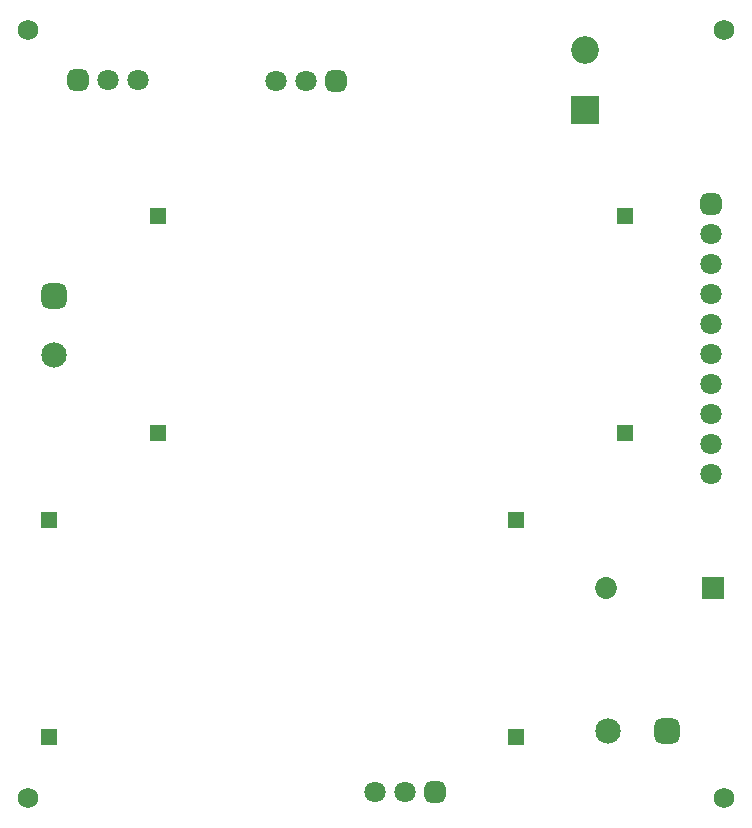
<source format=gbr>
%TF.GenerationSoftware,Altium Limited,Altium Designer,24.10.1 (45)*%
G04 Layer_Color=8388736*
%FSLAX45Y45*%
%MOMM*%
%TF.SameCoordinates,1B4FBE81-C601-4199-8564-D531C79600A2*%
%TF.FilePolarity,Negative*%
%TF.FileFunction,Soldermask,Top*%
%TF.Part,Single*%
G01*
G75*
%TA.AperFunction,ComponentPad*%
%ADD20R,2.35000X2.35000*%
%ADD21C,2.35000*%
%TA.AperFunction,WasherPad*%
%ADD28C,1.72720*%
%TA.AperFunction,ComponentPad*%
%ADD29C,1.80320*%
G04:AMPARAMS|DCode=30|XSize=1.8032mm|YSize=1.8032mm|CornerRadius=0.5016mm|HoleSize=0mm|Usage=FLASHONLY|Rotation=270.000|XOffset=0mm|YOffset=0mm|HoleType=Round|Shape=RoundedRectangle|*
%AMROUNDEDRECTD30*
21,1,1.80320,0.80000,0,0,270.0*
21,1,0.80000,1.80320,0,0,270.0*
1,1,1.00320,-0.40000,-0.40000*
1,1,1.00320,-0.40000,0.40000*
1,1,1.00320,0.40000,0.40000*
1,1,1.00320,0.40000,-0.40000*
%
%ADD30ROUNDEDRECTD30*%
%ADD31R,1.44320X1.44320*%
%ADD32C,2.15320*%
G04:AMPARAMS|DCode=33|XSize=2.1532mm|YSize=2.1532mm|CornerRadius=0.5891mm|HoleSize=0mm|Usage=FLASHONLY|Rotation=180.000|XOffset=0mm|YOffset=0mm|HoleType=Round|Shape=RoundedRectangle|*
%AMROUNDEDRECTD33*
21,1,2.15320,0.97500,0,0,180.0*
21,1,0.97500,2.15320,0,0,180.0*
1,1,1.17820,-0.48750,0.48750*
1,1,1.17820,0.48750,0.48750*
1,1,1.17820,0.48750,-0.48750*
1,1,1.17820,-0.48750,-0.48750*
%
%ADD33ROUNDEDRECTD33*%
G04:AMPARAMS|DCode=34|XSize=2.1532mm|YSize=2.1532mm|CornerRadius=0.5891mm|HoleSize=0mm|Usage=FLASHONLY|Rotation=270.000|XOffset=0mm|YOffset=0mm|HoleType=Round|Shape=RoundedRectangle|*
%AMROUNDEDRECTD34*
21,1,2.15320,0.97500,0,0,270.0*
21,1,0.97500,2.15320,0,0,270.0*
1,1,1.17820,-0.48750,-0.48750*
1,1,1.17820,-0.48750,0.48750*
1,1,1.17820,0.48750,0.48750*
1,1,1.17820,0.48750,-0.48750*
%
%ADD34ROUNDEDRECTD34*%
G04:AMPARAMS|DCode=35|XSize=1.8032mm|YSize=1.8032mm|CornerRadius=0.5016mm|HoleSize=0mm|Usage=FLASHONLY|Rotation=180.000|XOffset=0mm|YOffset=0mm|HoleType=Round|Shape=RoundedRectangle|*
%AMROUNDEDRECTD35*
21,1,1.80320,0.80000,0,0,180.0*
21,1,0.80000,1.80320,0,0,180.0*
1,1,1.00320,-0.40000,0.40000*
1,1,1.00320,0.40000,0.40000*
1,1,1.00320,0.40000,-0.40000*
1,1,1.00320,-0.40000,-0.40000*
%
%ADD35ROUNDEDRECTD35*%
%ADD36R,1.85320X1.85320*%
%ADD37C,1.85320*%
D20*
X5041900Y6108700D02*
D03*
D21*
Y6616700D02*
D03*
D28*
X330200Y279400D02*
D03*
X6223000D02*
D03*
X330200Y6781800D02*
D03*
X6223000D02*
D03*
D29*
X6108700Y3530600D02*
D03*
Y3784600D02*
D03*
Y4292600D02*
D03*
Y4800600D02*
D03*
Y5054600D02*
D03*
Y4546600D02*
D03*
Y4038600D02*
D03*
Y3276600D02*
D03*
Y3022600D02*
D03*
X3517900Y330200D02*
D03*
X3263900D02*
D03*
X2425700Y6350000D02*
D03*
X2679700D02*
D03*
X1257300Y6362700D02*
D03*
X1003300D02*
D03*
D30*
X6108700Y5308600D02*
D03*
D31*
X4457700Y800100D02*
D03*
X505460Y2633980D02*
D03*
Y800100D02*
D03*
X1432560Y5207000D02*
D03*
Y3373120D02*
D03*
X4457700Y2633980D02*
D03*
X5384800Y3373120D02*
D03*
Y5207000D02*
D03*
D32*
X5236400Y850900D02*
D03*
X546100Y4029901D02*
D03*
D33*
X5736399Y850900D02*
D03*
D34*
X546100Y4529899D02*
D03*
D35*
X3771900Y330200D02*
D03*
X2933700Y6350000D02*
D03*
X749300Y6362700D02*
D03*
D36*
X6126900Y2057400D02*
D03*
D37*
X5226900D02*
D03*
%TF.MD5,fbcd8e17f03906bf7e784a8867eeae0a*%
M02*

</source>
